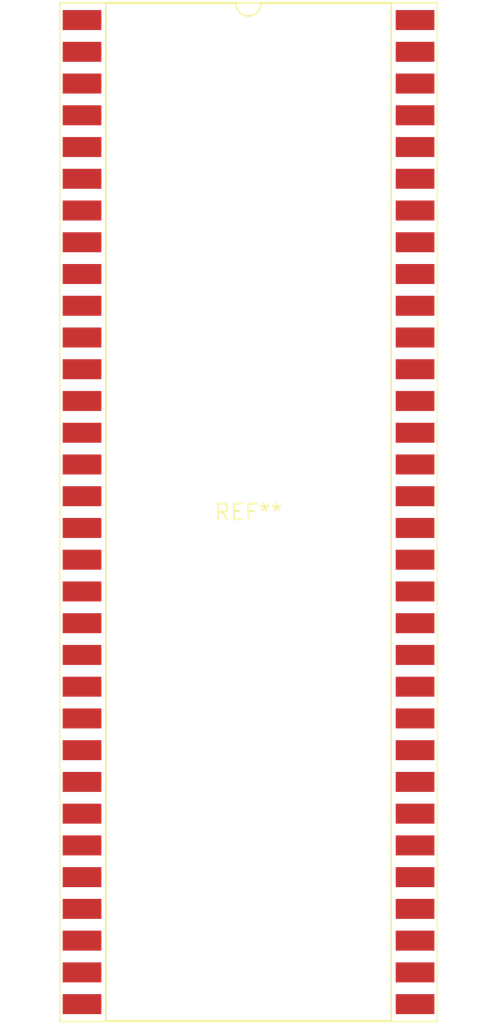
<source format=kicad_pcb>
(kicad_pcb (version 20240108) (generator pcbnew)
  (layers (0 "F.Cu" signal) (31 "B.Cu" signal) (34 "B.Paste" user) (35 "F.Paste" user) (36 "B.SilkS" user "B.Silkscreen") (37 "F.SilkS" user "F.Silkscreen") (38 "B.Mask" user) (39 "F.Mask" user) (44 "Edge.Cuts" user))
  (net 0 "")
  (footprint "DIP-64_W26.67mm_SMDSocket_LongPads" (layer "F.Cu") (at 0 0)
    (property "Reference" "REF**")
    (property "Value" "DIP-64_W26.67mm_SMDSocket_LongPads")
    (fp_line (start -15.125 -40.76) (end -15.125 40.76) (layer "F.SilkS") (stroke (width 0.12)))
    (fp_line (start -15.125 40.76) (end 15.125 40.76) (layer "F.SilkS") (stroke (width 0.12)))
    (fp_line (start -11.425 -40.7) (end -11.425 40.7) (layer "F.SilkS") (stroke (width 0.12)))
    (fp_line (start -11.425 40.7) (end 11.425 40.7) (layer "F.SilkS") (stroke (width 0.12)))
    (fp_line (start -1 -40.7) (end -11.425 -40.7) (layer "F.SilkS") (stroke (width 0.12)))
    (fp_line (start 11.425 -40.7) (end 1 -40.7) (layer "F.SilkS") (stroke (width 0.12)))
    (fp_line (start 11.425 40.7) (end 11.425 -40.7) (layer "F.SilkS") (stroke (width 0.12)))
    (fp_line (start 15.125 -40.76) (end -15.125 -40.76) (layer "F.SilkS") (stroke (width 0.12)))
    (fp_line (start 15.125 40.76) (end 15.125 -40.76) (layer "F.SilkS") (stroke (width 0.12)))
    (fp_arc (start 1 -40.7) (mid 0 -39.7) (end -1 -40.7) (layer "F.SilkS") (stroke (width 0.12)))
    (pad "1" smd rect (at -13.335 -39.37) (size 3.1 1.6) (layers "F.Cu" "F.Paste" "F.Mask"))
    (pad "2" smd rect (at -13.335 -36.83) (size 3.1 1.6) (layers "F.Cu" "F.Paste" "F.Mask"))
    (pad "3" smd rect (at -13.335 -34.29) (size 3.1 1.6) (layers "F.Cu" "F.Paste" "F.Mask"))
    (pad "4" smd rect (at -13.335 -31.75) (size 3.1 1.6) (layers "F.Cu" "F.Paste" "F.Mask"))
    (pad "5" smd rect (at -13.335 -29.21) (size 3.1 1.6) (layers "F.Cu" "F.Paste" "F.Mask"))
    (pad "6" smd rect (at -13.335 -26.67) (size 3.1 1.6) (layers "F.Cu" "F.Paste" "F.Mask"))
    (pad "7" smd rect (at -13.335 -24.13) (size 3.1 1.6) (layers "F.Cu" "F.Paste" "F.Mask"))
    (pad "8" smd rect (at -13.335 -21.59) (size 3.1 1.6) (layers "F.Cu" "F.Paste" "F.Mask"))
    (pad "9" smd rect (at -13.335 -19.05) (size 3.1 1.6) (layers "F.Cu" "F.Paste" "F.Mask"))
    (pad "10" smd rect (at -13.335 -16.51) (size 3.1 1.6) (layers "F.Cu" "F.Paste" "F.Mask"))
    (pad "11" smd rect (at -13.335 -13.97) (size 3.1 1.6) (layers "F.Cu" "F.Paste" "F.Mask"))
    (pad "12" smd rect (at -13.335 -11.43) (size 3.1 1.6) (layers "F.Cu" "F.Paste" "F.Mask"))
    (pad "13" smd rect (at -13.335 -8.89) (size 3.1 1.6) (layers "F.Cu" "F.Paste" "F.Mask"))
    (pad "14" smd rect (at -13.335 -6.35) (size 3.1 1.6) (layers "F.Cu" "F.Paste" "F.Mask"))
    (pad "15" smd rect (at -13.335 -3.81) (size 3.1 1.6) (layers "F.Cu" "F.Paste" "F.Mask"))
    (pad "16" smd rect (at -13.335 -1.27) (size 3.1 1.6) (layers "F.Cu" "F.Paste" "F.Mask"))
    (pad "17" smd rect (at -13.335 1.27) (size 3.1 1.6) (layers "F.Cu" "F.Paste" "F.Mask"))
    (pad "18" smd rect (at -13.335 3.81) (size 3.1 1.6) (layers "F.Cu" "F.Paste" "F.Mask"))
    (pad "19" smd rect (at -13.335 6.35) (size 3.1 1.6) (layers "F.Cu" "F.Paste" "F.Mask"))
    (pad "20" smd rect (at -13.335 8.89) (size 3.1 1.6) (layers "F.Cu" "F.Paste" "F.Mask"))
    (pad "21" smd rect (at -13.335 11.43) (size 3.1 1.6) (layers "F.Cu" "F.Paste" "F.Mask"))
    (pad "22" smd rect (at -13.335 13.97) (size 3.1 1.6) (layers "F.Cu" "F.Paste" "F.Mask"))
    (pad "23" smd rect (at -13.335 16.51) (size 3.1 1.6) (layers "F.Cu" "F.Paste" "F.Mask"))
    (pad "24" smd rect (at -13.335 19.05) (size 3.1 1.6) (layers "F.Cu" "F.Paste" "F.Mask"))
    (pad "25" smd rect (at -13.335 21.59) (size 3.1 1.6) (layers "F.Cu" "F.Paste" "F.Mask"))
    (pad "26" smd rect (at -13.335 24.13) (size 3.1 1.6) (layers "F.Cu" "F.Paste" "F.Mask"))
    (pad "27" smd rect (at -13.335 26.67) (size 3.1 1.6) (layers "F.Cu" "F.Paste" "F.Mask"))
    (pad "28" smd rect (at -13.335 29.21) (size 3.1 1.6) (layers "F.Cu" "F.Paste" "F.Mask"))
    (pad "29" smd rect (at -13.335 31.75) (size 3.1 1.6) (layers "F.Cu" "F.Paste" "F.Mask"))
    (pad "30" smd rect (at -13.335 34.29) (size 3.1 1.6) (layers "F.Cu" "F.Paste" "F.Mask"))
    (pad "31" smd rect (at -13.335 36.83) (size 3.1 1.6) (layers "F.Cu" "F.Paste" "F.Mask"))
    (pad "32" smd rect (at -13.335 39.37) (size 3.1 1.6) (layers "F.Cu" "F.Paste" "F.Mask"))
    (pad "33" smd rect (at 13.335 39.37) (size 3.1 1.6) (layers "F.Cu" "F.Paste" "F.Mask"))
    (pad "34" smd rect (at 13.335 36.83) (size 3.1 1.6) (layers "F.Cu" "F.Paste" "F.Mask"))
    (pad "35" smd rect (at 13.335 34.29) (size 3.1 1.6) (layers "F.Cu" "F.Paste" "F.Mask"))
    (pad "36" smd rect (at 13.335 31.75) (size 3.1 1.6) (layers "F.Cu" "F.Paste" "F.Mask"))
    (pad "37" smd rect (at 13.335 29.21) (size 3.1 1.6) (layers "F.Cu" "F.Paste" "F.Mask"))
    (pad "38" smd rect (at 13.335 26.67) (size 3.1 1.6) (layers "F.Cu" "F.Paste" "F.Mask"))
    (pad "39" smd rect (at 13.335 24.13) (size 3.1 1.6) (layers "F.Cu" "F.Paste" "F.Mask"))
    (pad "40" smd rect (at 13.335 21.59) (size 3.1 1.6) (layers "F.Cu" "F.Paste" "F.Mask"))
    (pad "41" smd rect (at 13.335 19.05) (size 3.1 1.6) (layers "F.Cu" "F.Paste" "F.Mask"))
    (pad "42" smd rect (at 13.335 16.51) (size 3.1 1.6) (layers "F.Cu" "F.Paste" "F.Mask"))
    (pad "43" smd rect (at 13.335 13.97) (size 3.1 1.6) (layers "F.Cu" "F.Paste" "F.Mask"))
    (pad "44" smd rect (at 13.335 11.43) (size 3.1 1.6) (layers "F.Cu" "F.Paste" "F.Mask"))
    (pad "45" smd rect (at 13.335 8.89) (size 3.1 1.6) (layers "F.Cu" "F.Paste" "F.Mask"))
    (pad "46" smd rect (at 13.335 6.35) (size 3.1 1.6) (layers "F.Cu" "F.Paste" "F.Mask"))
    (pad "47" smd rect (at 13.335 3.81) (size 3.1 1.6) (layers "F.Cu" "F.Paste" "F.Mask"))
    (pad "48" smd rect (at 13.335 1.27) (size 3.1 1.6) (layers "F.Cu" "F.Paste" "F.Mask"))
    (pad "49" smd rect (at 13.335 -1.27) (size 3.1 1.6) (layers "F.Cu" "F.Paste" "F.Mask"))
    (pad "50" smd rect (at 13.335 -3.81) (size 3.1 1.6) (layers "F.Cu" "F.Paste" "F.Mask"))
    (pad "51" smd rect (at 13.335 -6.35) (size 3.1 1.6) (layers "F.Cu" "F.Paste" "F.Mask"))
    (pad "52" smd rect (at 13.335 -8.89) (size 3.1 1.6) (layers "F.Cu" "F.Paste" "F.Mask"))
    (pad "53" smd rect (at 13.335 -11.43) (size 3.1 1.6) (layers "F.Cu" "F.Paste" "F.Mask"))
    (pad "54" smd rect (at 13.335 -13.97) (size 3.1 1.6) (layers "F.Cu" "F.Paste" "F.Mask"))
    (pad "55" smd rect (at 13.335 -16.51) (size 3.1 1.6) (layers "F.Cu" "F.Paste" "F.Mask"))
    (pad "56" smd rect (at 13.335 -19.05) (size 3.1 1.6) (layers "F.Cu" "F.Paste" "F.Mask"))
    (pad "57" smd rect (at 13.335 -21.59) (size 3.1 1.6) (layers "F.Cu" "F.Paste" "F.Mask"))
    (pad "58" smd rect (at 13.335 -24.13) (size 3.1 1.6) (layers "F.Cu" "F.Paste" "F.Mask"))
    (pad "59" smd rect (at 13.335 -26.67) (size 3.1 1.6) (layers "F.Cu" "F.Paste" "F.Mask"))
    (pad "60" smd rect (at 13.335 -29.21) (size 3.1 1.6) (layers "F.Cu" "F.Paste" "F.Mask"))
    (pad "61" smd rect (at 13.335 -31.75) (size 3.1 1.6) (layers "F.Cu" "F.Paste" "F.Mask"))
    (pad "62" smd rect (at 13.335 -34.29) (size 3.1 1.6) (layers "F.Cu" "F.Paste" "F.Mask"))
    (pad "63" smd rect (at 13.335 -36.83) (size 3.1 1.6) (layers "F.Cu" "F.Paste" "F.Mask"))
    (pad "64" smd rect (at 13.335 -39.37) (size 3.1 1.6) (layers "F.Cu" "F.Paste" "F.Mask"))
  )
)
</source>
